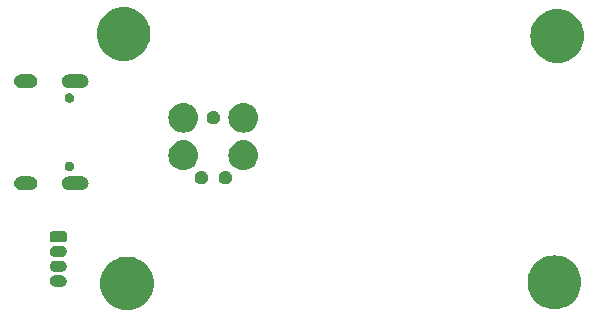
<source format=gbr>
%TF.GenerationSoftware,KiCad,Pcbnew,7.0.8*%
%TF.CreationDate,2024-01-29T14:11:28+05:30*%
%TF.ProjectId,stm32_ble,73746d33-325f-4626-9c65-2e6b69636164,Version : 1*%
%TF.SameCoordinates,PX6eac850PY632ea00*%
%TF.FileFunction,Soldermask,Bot*%
%TF.FilePolarity,Negative*%
%FSLAX46Y46*%
G04 Gerber Fmt 4.6, Leading zero omitted, Abs format (unit mm)*
G04 Created by KiCad (PCBNEW 7.0.8) date 2024-01-29 14:11:28*
%MOMM*%
%LPD*%
G01*
G04 APERTURE LIST*
G04 APERTURE END LIST*
G36*
X11497600Y5630494D02*
G01*
X11790107Y5572311D01*
X12072518Y5476445D01*
X12340000Y5344538D01*
X12587976Y5178846D01*
X12812203Y4982203D01*
X13008846Y4757976D01*
X13174538Y4510000D01*
X13306445Y4242518D01*
X13402311Y3960107D01*
X13460494Y3667600D01*
X13480000Y3370000D01*
X13460494Y3072400D01*
X13402311Y2779893D01*
X13306445Y2497482D01*
X13174538Y2230000D01*
X13008846Y1982024D01*
X12812203Y1757797D01*
X12587976Y1561154D01*
X12340000Y1395462D01*
X12072518Y1263555D01*
X11790107Y1167689D01*
X11497600Y1109506D01*
X11200000Y1090000D01*
X10902400Y1109506D01*
X10609893Y1167689D01*
X10327482Y1263555D01*
X10060000Y1395462D01*
X9812024Y1561154D01*
X9587797Y1757797D01*
X9391154Y1982024D01*
X9225462Y2230000D01*
X9093555Y2497482D01*
X8997689Y2779893D01*
X8939506Y3072400D01*
X8920000Y3370000D01*
X8939506Y3667600D01*
X8997689Y3960107D01*
X9093555Y4242518D01*
X9225462Y4510000D01*
X9391154Y4757976D01*
X9587797Y4982203D01*
X9812024Y5178846D01*
X10060000Y5344538D01*
X10327482Y5476445D01*
X10609893Y5572311D01*
X10902400Y5630494D01*
X11200000Y5650000D01*
X11497600Y5630494D01*
G37*
G36*
X47690874Y5737220D02*
G01*
X47983381Y5679037D01*
X48265792Y5583171D01*
X48533274Y5451264D01*
X48781250Y5285572D01*
X49005477Y5088929D01*
X49202120Y4864702D01*
X49367812Y4616726D01*
X49499719Y4349244D01*
X49595585Y4066833D01*
X49653768Y3774326D01*
X49673274Y3476726D01*
X49653768Y3179126D01*
X49595585Y2886619D01*
X49499719Y2604208D01*
X49367812Y2336726D01*
X49202120Y2088750D01*
X49005477Y1864523D01*
X48781250Y1667880D01*
X48533274Y1502188D01*
X48265792Y1370281D01*
X47983381Y1274415D01*
X47690874Y1216232D01*
X47393274Y1196726D01*
X47095674Y1216232D01*
X46803167Y1274415D01*
X46520756Y1370281D01*
X46253274Y1502188D01*
X46005298Y1667880D01*
X45781071Y1864523D01*
X45584428Y2088750D01*
X45418736Y2336726D01*
X45286829Y2604208D01*
X45190963Y2886619D01*
X45132780Y3179126D01*
X45113274Y3476726D01*
X45132780Y3774326D01*
X45190963Y4066833D01*
X45286829Y4349244D01*
X45418736Y4616726D01*
X45584428Y4864702D01*
X45781071Y5088929D01*
X46005298Y5285572D01*
X46253274Y5451264D01*
X46520756Y5583171D01*
X46803167Y5679037D01*
X47095674Y5737220D01*
X47393274Y5756726D01*
X47690874Y5737220D01*
G37*
G36*
X5621933Y4059723D02*
G01*
X5683195Y4055532D01*
X5717047Y4046047D01*
X5755232Y4040557D01*
X5784743Y4027080D01*
X5810996Y4019724D01*
X5841597Y4001116D01*
X5879508Y3983802D01*
X5901722Y3964553D01*
X5922551Y3951887D01*
X5948901Y3923672D01*
X5982760Y3894333D01*
X5997010Y3872159D01*
X6011665Y3856467D01*
X6030687Y3819756D01*
X6056623Y3779399D01*
X6063192Y3757025D01*
X6071732Y3740545D01*
X6080689Y3697435D01*
X6095114Y3648311D01*
X6095114Y3628019D01*
X6098294Y3612715D01*
X6095114Y3566222D01*
X6095114Y3511689D01*
X6090251Y3495129D01*
X6089385Y3482461D01*
X6072969Y3436272D01*
X6056623Y3380601D01*
X6048929Y3368630D01*
X6045664Y3359441D01*
X6016193Y3317692D01*
X5982760Y3265667D01*
X5974290Y3258328D01*
X5970372Y3252777D01*
X5929653Y3219650D01*
X5879508Y3176198D01*
X5872069Y3172801D01*
X5869095Y3170381D01*
X5821562Y3149736D01*
X5755232Y3119443D01*
X5750134Y3118711D01*
X5749342Y3118366D01*
X5712944Y3113364D01*
X5620000Y3100000D01*
X5615724Y3100000D01*
X5122131Y3100000D01*
X5120000Y3100000D01*
X5118065Y3100279D01*
X5056804Y3104469D01*
X5022957Y3113953D01*
X4984768Y3119443D01*
X4955252Y3132923D01*
X4929003Y3140277D01*
X4898405Y3158884D01*
X4860492Y3176198D01*
X4838275Y3195449D01*
X4817448Y3208114D01*
X4791097Y3236329D01*
X4757240Y3265667D01*
X4742989Y3287842D01*
X4728334Y3303534D01*
X4709309Y3340249D01*
X4683377Y3380601D01*
X4676807Y3402973D01*
X4668267Y3419456D01*
X4659307Y3462575D01*
X4644886Y3511689D01*
X4644886Y3531978D01*
X4641705Y3547286D01*
X4644886Y3593794D01*
X4644886Y3648311D01*
X4649747Y3664867D01*
X4650614Y3677540D01*
X4667037Y3723751D01*
X4683377Y3779399D01*
X4691067Y3791366D01*
X4694335Y3800560D01*
X4723823Y3842336D01*
X4757240Y3894333D01*
X4765705Y3901669D01*
X4769627Y3907224D01*
X4810380Y3940381D01*
X4860492Y3983802D01*
X4867925Y3987197D01*
X4870904Y3989620D01*
X4918502Y4010295D01*
X4984768Y4040557D01*
X4989860Y4041290D01*
X4990657Y4041635D01*
X5027186Y4046656D01*
X5120000Y4060000D01*
X5620000Y4060000D01*
X5621933Y4059723D01*
G37*
G36*
X5621933Y5309723D02*
G01*
X5683195Y5305532D01*
X5717047Y5296047D01*
X5755232Y5290557D01*
X5784743Y5277080D01*
X5810996Y5269724D01*
X5841597Y5251116D01*
X5879508Y5233802D01*
X5901722Y5214553D01*
X5922551Y5201887D01*
X5948901Y5173672D01*
X5982760Y5144333D01*
X5997010Y5122159D01*
X6011665Y5106467D01*
X6030687Y5069756D01*
X6056623Y5029399D01*
X6063192Y5007025D01*
X6071732Y4990545D01*
X6080689Y4947435D01*
X6095114Y4898311D01*
X6095114Y4878019D01*
X6098294Y4862715D01*
X6095114Y4816222D01*
X6095114Y4761689D01*
X6090251Y4745129D01*
X6089385Y4732461D01*
X6072969Y4686272D01*
X6056623Y4630601D01*
X6048929Y4618630D01*
X6045664Y4609441D01*
X6016193Y4567692D01*
X5982760Y4515667D01*
X5974290Y4508328D01*
X5970372Y4502777D01*
X5929653Y4469650D01*
X5879508Y4426198D01*
X5872069Y4422801D01*
X5869095Y4420381D01*
X5821562Y4399736D01*
X5755232Y4369443D01*
X5750134Y4368711D01*
X5749342Y4368366D01*
X5712944Y4363364D01*
X5620000Y4350000D01*
X5615724Y4350000D01*
X5122131Y4350000D01*
X5120000Y4350000D01*
X5118065Y4350279D01*
X5056804Y4354469D01*
X5022957Y4363953D01*
X4984768Y4369443D01*
X4955252Y4382923D01*
X4929003Y4390277D01*
X4898405Y4408884D01*
X4860492Y4426198D01*
X4838275Y4445449D01*
X4817448Y4458114D01*
X4791097Y4486329D01*
X4757240Y4515667D01*
X4742989Y4537842D01*
X4728334Y4553534D01*
X4709309Y4590249D01*
X4683377Y4630601D01*
X4676807Y4652973D01*
X4668267Y4669456D01*
X4659307Y4712575D01*
X4644886Y4761689D01*
X4644886Y4781978D01*
X4641705Y4797286D01*
X4644886Y4843794D01*
X4644886Y4898311D01*
X4649747Y4914867D01*
X4650614Y4927540D01*
X4667037Y4973751D01*
X4683377Y5029399D01*
X4691067Y5041366D01*
X4694335Y5050560D01*
X4723823Y5092336D01*
X4757240Y5144333D01*
X4765705Y5151669D01*
X4769627Y5157224D01*
X4810380Y5190381D01*
X4860492Y5233802D01*
X4867925Y5237197D01*
X4870904Y5239620D01*
X4918502Y5260295D01*
X4984768Y5290557D01*
X4989860Y5291290D01*
X4990657Y5291635D01*
X5027186Y5296656D01*
X5120000Y5310000D01*
X5620000Y5310000D01*
X5621933Y5309723D01*
G37*
G36*
X5621933Y6559723D02*
G01*
X5683195Y6555532D01*
X5717047Y6546047D01*
X5755232Y6540557D01*
X5784743Y6527080D01*
X5810996Y6519724D01*
X5841597Y6501116D01*
X5879508Y6483802D01*
X5901722Y6464553D01*
X5922551Y6451887D01*
X5948901Y6423672D01*
X5982760Y6394333D01*
X5997010Y6372159D01*
X6011665Y6356467D01*
X6030687Y6319756D01*
X6056623Y6279399D01*
X6063192Y6257025D01*
X6071732Y6240545D01*
X6080689Y6197435D01*
X6095114Y6148311D01*
X6095114Y6128019D01*
X6098294Y6112715D01*
X6095114Y6066222D01*
X6095114Y6011689D01*
X6090251Y5995129D01*
X6089385Y5982461D01*
X6072969Y5936272D01*
X6056623Y5880601D01*
X6048929Y5868630D01*
X6045664Y5859441D01*
X6016193Y5817692D01*
X5982760Y5765667D01*
X5974290Y5758328D01*
X5970372Y5752777D01*
X5929653Y5719650D01*
X5879508Y5676198D01*
X5872069Y5672801D01*
X5869095Y5670381D01*
X5821562Y5649736D01*
X5755232Y5619443D01*
X5750134Y5618711D01*
X5749342Y5618366D01*
X5712944Y5613364D01*
X5620000Y5600000D01*
X5615724Y5600000D01*
X5122131Y5600000D01*
X5120000Y5600000D01*
X5118065Y5600279D01*
X5056804Y5604469D01*
X5022957Y5613953D01*
X4984768Y5619443D01*
X4955252Y5632923D01*
X4929003Y5640277D01*
X4898405Y5658884D01*
X4860492Y5676198D01*
X4838275Y5695449D01*
X4817448Y5708114D01*
X4791097Y5736329D01*
X4757240Y5765667D01*
X4742989Y5787842D01*
X4728334Y5803534D01*
X4709309Y5840249D01*
X4683377Y5880601D01*
X4676807Y5902973D01*
X4668267Y5919456D01*
X4659307Y5962575D01*
X4644886Y6011689D01*
X4644886Y6031978D01*
X4641705Y6047286D01*
X4644886Y6093794D01*
X4644886Y6148311D01*
X4649747Y6164867D01*
X4650614Y6177540D01*
X4667037Y6223751D01*
X4683377Y6279399D01*
X4691067Y6291366D01*
X4694335Y6300560D01*
X4723823Y6342336D01*
X4757240Y6394333D01*
X4765705Y6401669D01*
X4769627Y6407224D01*
X4810380Y6440381D01*
X4860492Y6483802D01*
X4867925Y6487197D01*
X4870904Y6489620D01*
X4918502Y6510295D01*
X4984768Y6540557D01*
X4989860Y6541290D01*
X4990657Y6541635D01*
X5027186Y6546656D01*
X5120000Y6560000D01*
X5620000Y6560000D01*
X5621933Y6559723D01*
G37*
G36*
X5884106Y7802563D02*
G01*
X5889078Y7800368D01*
X5890950Y7800121D01*
X5914376Y7789197D01*
X5978238Y7760999D01*
X6050999Y7688238D01*
X6079206Y7624356D01*
X6090120Y7600951D01*
X6090366Y7599082D01*
X6092563Y7594106D01*
X6100000Y7530000D01*
X6100000Y7130000D01*
X6092563Y7065894D01*
X6090365Y7060919D01*
X6090120Y7059050D01*
X6079214Y7035664D01*
X6050999Y6971762D01*
X5978238Y6899001D01*
X5914336Y6870786D01*
X5890950Y6859880D01*
X5889081Y6859635D01*
X5884106Y6857437D01*
X5820000Y6850000D01*
X4920000Y6850000D01*
X4855894Y6857437D01*
X4850918Y6859634D01*
X4849049Y6859880D01*
X4825644Y6870794D01*
X4761762Y6899001D01*
X4689001Y6971762D01*
X4660803Y7035624D01*
X4649879Y7059050D01*
X4649632Y7060922D01*
X4647437Y7065894D01*
X4640000Y7130000D01*
X4640000Y7530000D01*
X4647437Y7594106D01*
X4649632Y7599079D01*
X4649879Y7600951D01*
X4660811Y7624396D01*
X4689001Y7688238D01*
X4761762Y7760999D01*
X4825604Y7789189D01*
X4849049Y7800121D01*
X4850921Y7800368D01*
X4855894Y7802563D01*
X4920000Y7810000D01*
X5820000Y7810000D01*
X5884106Y7802563D01*
G37*
G36*
X3036801Y12439763D02*
G01*
X3105709Y12435428D01*
X3143572Y12425707D01*
X3185115Y12420237D01*
X3218123Y12406565D01*
X3248329Y12398809D01*
X3283418Y12379519D01*
X3325000Y12362295D01*
X3350901Y12342420D01*
X3375620Y12328831D01*
X3406935Y12299424D01*
X3445122Y12270122D01*
X3463131Y12246652D01*
X3481514Y12229389D01*
X3506077Y12190684D01*
X3537295Y12150000D01*
X3547440Y12125506D01*
X3559350Y12106740D01*
X3574401Y12060418D01*
X3595237Y12010115D01*
X3598296Y11986875D01*
X3604238Y11968589D01*
X3607472Y11917178D01*
X3615000Y11860000D01*
X3612340Y11839800D01*
X3613359Y11823612D01*
X3603194Y11770327D01*
X3595237Y11709885D01*
X3588614Y11693897D01*
X3586140Y11680925D01*
X3561935Y11629489D01*
X3537295Y11570000D01*
X3528626Y11558704D01*
X3524289Y11549485D01*
X3486529Y11503842D01*
X3445122Y11449878D01*
X3436265Y11443083D01*
X3431699Y11437562D01*
X3382273Y11401653D01*
X3325000Y11357705D01*
X3317519Y11354607D01*
X3314177Y11352178D01*
X3257073Y11329570D01*
X3185115Y11299763D01*
X3180136Y11299108D01*
X3179115Y11298703D01*
X3128339Y11292289D01*
X3035000Y11280000D01*
X3031070Y11280000D01*
X2236969Y11280000D01*
X2235000Y11280000D01*
X2233197Y11280238D01*
X2164290Y11284573D01*
X2126433Y11294294D01*
X2084885Y11299763D01*
X2051872Y11313438D01*
X2021670Y11321192D01*
X1986584Y11340481D01*
X1945000Y11357705D01*
X1919095Y11377582D01*
X1894379Y11391170D01*
X1863065Y11420576D01*
X1824878Y11449878D01*
X1806867Y11473350D01*
X1788485Y11490612D01*
X1763920Y11529320D01*
X1732705Y11570000D01*
X1722559Y11594493D01*
X1710649Y11613261D01*
X1695595Y11659590D01*
X1674763Y11709885D01*
X1671703Y11733122D01*
X1665761Y11751412D01*
X1662525Y11802837D01*
X1655000Y11860000D01*
X1657658Y11880196D01*
X1656640Y11896389D01*
X1666808Y11949694D01*
X1674763Y12010115D01*
X1681383Y12026098D01*
X1683859Y12039076D01*
X1708074Y12090538D01*
X1732705Y12150000D01*
X1741369Y12161292D01*
X1745710Y12170516D01*
X1783493Y12216190D01*
X1824878Y12270122D01*
X1833729Y12276914D01*
X1838300Y12282439D01*
X1887768Y12318380D01*
X1945000Y12362295D01*
X1952474Y12365392D01*
X1955822Y12367823D01*
X2013002Y12390463D01*
X2084885Y12420237D01*
X2089857Y12420892D01*
X2090884Y12421298D01*
X2141799Y12427730D01*
X2235000Y12440000D01*
X3035000Y12440000D01*
X3036801Y12439763D01*
G37*
G36*
X7366801Y12439763D02*
G01*
X7435709Y12435428D01*
X7473572Y12425707D01*
X7515115Y12420237D01*
X7548123Y12406565D01*
X7578329Y12398809D01*
X7613418Y12379519D01*
X7655000Y12362295D01*
X7680901Y12342420D01*
X7705620Y12328831D01*
X7736935Y12299424D01*
X7775122Y12270122D01*
X7793131Y12246652D01*
X7811514Y12229389D01*
X7836077Y12190684D01*
X7867295Y12150000D01*
X7877440Y12125506D01*
X7889350Y12106740D01*
X7904401Y12060418D01*
X7925237Y12010115D01*
X7928296Y11986875D01*
X7934238Y11968589D01*
X7937472Y11917178D01*
X7945000Y11860000D01*
X7942340Y11839800D01*
X7943359Y11823612D01*
X7933194Y11770327D01*
X7925237Y11709885D01*
X7918614Y11693897D01*
X7916140Y11680925D01*
X7891935Y11629489D01*
X7867295Y11570000D01*
X7858626Y11558704D01*
X7854289Y11549485D01*
X7816529Y11503842D01*
X7775122Y11449878D01*
X7766265Y11443083D01*
X7761699Y11437562D01*
X7712273Y11401653D01*
X7655000Y11357705D01*
X7647519Y11354607D01*
X7644177Y11352178D01*
X7587073Y11329570D01*
X7515115Y11299763D01*
X7510136Y11299108D01*
X7509115Y11298703D01*
X7458339Y11292289D01*
X7365000Y11280000D01*
X7361070Y11280000D01*
X6266969Y11280000D01*
X6265000Y11280000D01*
X6263197Y11280238D01*
X6194290Y11284573D01*
X6156433Y11294294D01*
X6114885Y11299763D01*
X6081872Y11313438D01*
X6051670Y11321192D01*
X6016584Y11340481D01*
X5975000Y11357705D01*
X5949095Y11377582D01*
X5924379Y11391170D01*
X5893065Y11420576D01*
X5854878Y11449878D01*
X5836867Y11473350D01*
X5818485Y11490612D01*
X5793920Y11529320D01*
X5762705Y11570000D01*
X5752559Y11594493D01*
X5740649Y11613261D01*
X5725595Y11659590D01*
X5704763Y11709885D01*
X5701703Y11733122D01*
X5695761Y11751412D01*
X5692525Y11802837D01*
X5685000Y11860000D01*
X5687658Y11880196D01*
X5686640Y11896389D01*
X5696808Y11949694D01*
X5704763Y12010115D01*
X5711383Y12026098D01*
X5713859Y12039076D01*
X5738074Y12090538D01*
X5762705Y12150000D01*
X5771369Y12161292D01*
X5775710Y12170516D01*
X5813493Y12216190D01*
X5854878Y12270122D01*
X5863729Y12276914D01*
X5868300Y12282439D01*
X5917768Y12318380D01*
X5975000Y12362295D01*
X5982474Y12365392D01*
X5985822Y12367823D01*
X6043002Y12390463D01*
X6114885Y12420237D01*
X6119857Y12420892D01*
X6120884Y12421298D01*
X6171799Y12427730D01*
X6265000Y12440000D01*
X7365000Y12440000D01*
X7366801Y12439763D01*
G37*
G36*
X17523320Y12900650D02*
G01*
X17557289Y12900650D01*
X17596236Y12891051D01*
X17636899Y12885697D01*
X17664734Y12874168D01*
X17691841Y12867486D01*
X17732942Y12845915D01*
X17775650Y12828224D01*
X17795135Y12813273D01*
X17814548Y12803084D01*
X17854236Y12767924D01*
X17894799Y12736799D01*
X17906326Y12721776D01*
X17918271Y12711194D01*
X17952528Y12661564D01*
X17986224Y12617650D01*
X17991302Y12605390D01*
X17996996Y12597141D01*
X18021694Y12532018D01*
X18043697Y12478899D01*
X18044684Y12471399D01*
X18046138Y12467566D01*
X18057395Y12374847D01*
X18063300Y12330000D01*
X18057395Y12285150D01*
X18046138Y12192435D01*
X18044684Y12188603D01*
X18043697Y12181101D01*
X18021690Y12127972D01*
X17996996Y12062860D01*
X17991303Y12054614D01*
X17986224Y12042350D01*
X17952521Y11998428D01*
X17918271Y11948807D01*
X17906328Y11938228D01*
X17894799Y11923201D01*
X17854228Y11892071D01*
X17814548Y11856917D01*
X17795139Y11846731D01*
X17775650Y11831776D01*
X17732933Y11814082D01*
X17691841Y11792515D01*
X17664738Y11785835D01*
X17636899Y11774303D01*
X17596233Y11768950D01*
X17557289Y11759350D01*
X17523320Y11759350D01*
X17488000Y11754700D01*
X17452680Y11759350D01*
X17418711Y11759350D01*
X17379765Y11768950D01*
X17339101Y11774303D01*
X17311262Y11785835D01*
X17284158Y11792515D01*
X17243062Y11814084D01*
X17200350Y11831776D01*
X17180862Y11846729D01*
X17161451Y11856917D01*
X17121764Y11892076D01*
X17081201Y11923201D01*
X17069673Y11938225D01*
X17057728Y11948807D01*
X17023468Y11998441D01*
X16989776Y12042350D01*
X16984697Y12054610D01*
X16979003Y12062860D01*
X16954298Y12128001D01*
X16932303Y12181101D01*
X16931315Y12188599D01*
X16929861Y12192435D01*
X16918591Y12285248D01*
X16912700Y12330000D01*
X16918591Y12374749D01*
X16929861Y12467566D01*
X16931316Y12471403D01*
X16932303Y12478899D01*
X16954293Y12531989D01*
X16979003Y12597141D01*
X16984698Y12605394D01*
X16989776Y12617650D01*
X17023461Y12661551D01*
X17057728Y12711194D01*
X17069675Y12721779D01*
X17081201Y12736799D01*
X17121756Y12767918D01*
X17161451Y12803084D01*
X17180866Y12813275D01*
X17200350Y12828224D01*
X17243053Y12845913D01*
X17284158Y12867486D01*
X17311267Y12874168D01*
X17339101Y12885697D01*
X17379762Y12891051D01*
X17418711Y12900650D01*
X17452680Y12900650D01*
X17488000Y12905300D01*
X17523320Y12900650D01*
G37*
G36*
X19555320Y12900650D02*
G01*
X19589289Y12900650D01*
X19628236Y12891051D01*
X19668899Y12885697D01*
X19696734Y12874168D01*
X19723841Y12867486D01*
X19764942Y12845915D01*
X19807650Y12828224D01*
X19827135Y12813273D01*
X19846548Y12803084D01*
X19886236Y12767924D01*
X19926799Y12736799D01*
X19938326Y12721776D01*
X19950271Y12711194D01*
X19984528Y12661564D01*
X20018224Y12617650D01*
X20023302Y12605390D01*
X20028996Y12597141D01*
X20053694Y12532018D01*
X20075697Y12478899D01*
X20076684Y12471399D01*
X20078138Y12467566D01*
X20089395Y12374847D01*
X20095300Y12330000D01*
X20089395Y12285150D01*
X20078138Y12192435D01*
X20076684Y12188603D01*
X20075697Y12181101D01*
X20053690Y12127972D01*
X20028996Y12062860D01*
X20023303Y12054614D01*
X20018224Y12042350D01*
X19984521Y11998428D01*
X19950271Y11948807D01*
X19938328Y11938228D01*
X19926799Y11923201D01*
X19886228Y11892071D01*
X19846548Y11856917D01*
X19827139Y11846731D01*
X19807650Y11831776D01*
X19764933Y11814082D01*
X19723841Y11792515D01*
X19696738Y11785835D01*
X19668899Y11774303D01*
X19628233Y11768950D01*
X19589289Y11759350D01*
X19555320Y11759350D01*
X19520000Y11754700D01*
X19484680Y11759350D01*
X19450711Y11759350D01*
X19411765Y11768950D01*
X19371101Y11774303D01*
X19343262Y11785835D01*
X19316158Y11792515D01*
X19275062Y11814084D01*
X19232350Y11831776D01*
X19212862Y11846729D01*
X19193451Y11856917D01*
X19153764Y11892076D01*
X19113201Y11923201D01*
X19101673Y11938225D01*
X19089728Y11948807D01*
X19055468Y11998441D01*
X19021776Y12042350D01*
X19016697Y12054610D01*
X19011003Y12062860D01*
X18986298Y12128001D01*
X18964303Y12181101D01*
X18963315Y12188599D01*
X18961861Y12192435D01*
X18950591Y12285248D01*
X18944700Y12330000D01*
X18950591Y12374749D01*
X18961861Y12467566D01*
X18963316Y12471403D01*
X18964303Y12478899D01*
X18986293Y12531989D01*
X19011003Y12597141D01*
X19016698Y12605394D01*
X19021776Y12617650D01*
X19055461Y12661551D01*
X19089728Y12711194D01*
X19101675Y12721779D01*
X19113201Y12736799D01*
X19153756Y12767918D01*
X19193451Y12803084D01*
X19212866Y12813275D01*
X19232350Y12828224D01*
X19275053Y12845913D01*
X19316158Y12867486D01*
X19343267Y12874168D01*
X19371101Y12885697D01*
X19411762Y12891051D01*
X19450711Y12900650D01*
X19484680Y12900650D01*
X19520000Y12905300D01*
X19555320Y12900650D01*
G37*
G36*
X6345041Y13690242D02*
G01*
X6372547Y13690242D01*
X6404759Y13680784D01*
X6440152Y13675178D01*
X6462321Y13663883D01*
X6482974Y13657818D01*
X6516464Y13636295D01*
X6553053Y13617652D01*
X6566685Y13604020D01*
X6579797Y13595593D01*
X6610208Y13560497D01*
X6642652Y13528053D01*
X6648833Y13515922D01*
X6655167Y13508612D01*
X6677716Y13459235D01*
X6700178Y13415152D01*
X6701414Y13407343D01*
X6702977Y13403922D01*
X6713025Y13334039D01*
X6720000Y13290000D01*
X6713024Y13245958D01*
X6702977Y13176079D01*
X6701415Y13172659D01*
X6700178Y13164848D01*
X6677712Y13120757D01*
X6655167Y13071389D01*
X6648834Y13064082D01*
X6642652Y13051947D01*
X6610202Y13019498D01*
X6579797Y12984408D01*
X6566688Y12975984D01*
X6553053Y12962348D01*
X6516456Y12943702D01*
X6482974Y12922183D01*
X6462325Y12916120D01*
X6440152Y12904822D01*
X6404757Y12899217D01*
X6372547Y12889758D01*
X6345041Y12889758D01*
X6315000Y12885000D01*
X6284959Y12889758D01*
X6257453Y12889758D01*
X6225241Y12899217D01*
X6189848Y12904822D01*
X6167675Y12916120D01*
X6147025Y12922183D01*
X6113538Y12943704D01*
X6076947Y12962348D01*
X6063313Y12975982D01*
X6050202Y12984408D01*
X6019790Y13019505D01*
X5987348Y13051947D01*
X5981166Y13064079D01*
X5974832Y13071389D01*
X5952278Y13120776D01*
X5929822Y13164848D01*
X5928585Y13172656D01*
X5927022Y13176079D01*
X5916964Y13246027D01*
X5910000Y13290000D01*
X5916964Y13333971D01*
X5927022Y13403922D01*
X5928585Y13407346D01*
X5929822Y13415152D01*
X5952273Y13459216D01*
X5974832Y13508612D01*
X5981168Y13515925D01*
X5987348Y13528053D01*
X6019783Y13560489D01*
X6050202Y13595593D01*
X6063315Y13604021D01*
X6076947Y13617652D01*
X6113531Y13636293D01*
X6147025Y13657818D01*
X6167679Y13663883D01*
X6189848Y13675178D01*
X6225239Y13680784D01*
X6257453Y13690242D01*
X6284959Y13690242D01*
X6315000Y13695000D01*
X6345041Y13690242D01*
G37*
G36*
X16184090Y15483195D02*
G01*
X16397493Y15426013D01*
X16597725Y15332644D01*
X16778701Y15205923D01*
X16934923Y15049701D01*
X17061644Y14868725D01*
X17155013Y14668493D01*
X17212195Y14455090D01*
X17231450Y14235000D01*
X17212195Y14014910D01*
X17155013Y13801507D01*
X17061644Y13601275D01*
X16934923Y13420299D01*
X16778701Y13264077D01*
X16597725Y13137356D01*
X16397493Y13043987D01*
X16184090Y12986805D01*
X15964000Y12967550D01*
X15743910Y12986805D01*
X15530507Y13043987D01*
X15330275Y13137356D01*
X15149299Y13264077D01*
X14993077Y13420299D01*
X14866356Y13601275D01*
X14772987Y13801507D01*
X14715805Y14014910D01*
X14696550Y14235000D01*
X14715805Y14455090D01*
X14772987Y14668493D01*
X14866356Y14868725D01*
X14993077Y15049701D01*
X15149299Y15205923D01*
X15330275Y15332644D01*
X15530507Y15426013D01*
X15743910Y15483195D01*
X15964000Y15502450D01*
X16184090Y15483195D01*
G37*
G36*
X21264090Y15483195D02*
G01*
X21477493Y15426013D01*
X21677725Y15332644D01*
X21858701Y15205923D01*
X22014923Y15049701D01*
X22141644Y14868725D01*
X22235013Y14668493D01*
X22292195Y14455090D01*
X22311450Y14235000D01*
X22292195Y14014910D01*
X22235013Y13801507D01*
X22141644Y13601275D01*
X22014923Y13420299D01*
X21858701Y13264077D01*
X21677725Y13137356D01*
X21477493Y13043987D01*
X21264090Y12986805D01*
X21044000Y12967550D01*
X20823910Y12986805D01*
X20610507Y13043987D01*
X20410275Y13137356D01*
X20229299Y13264077D01*
X20073077Y13420299D01*
X19946356Y13601275D01*
X19852987Y13801507D01*
X19795805Y14014910D01*
X19776550Y14235000D01*
X19795805Y14455090D01*
X19852987Y14668493D01*
X19946356Y14868725D01*
X20073077Y15049701D01*
X20229299Y15205923D01*
X20410275Y15332644D01*
X20610507Y15426013D01*
X20823910Y15483195D01*
X21044000Y15502450D01*
X21264090Y15483195D01*
G37*
G36*
X16184090Y18658195D02*
G01*
X16397493Y18601013D01*
X16597725Y18507644D01*
X16778701Y18380923D01*
X16934923Y18224701D01*
X17061644Y18043725D01*
X17155013Y17843493D01*
X17212195Y17630090D01*
X17231450Y17410000D01*
X17212195Y17189910D01*
X17155013Y16976507D01*
X17061644Y16776275D01*
X16934923Y16595299D01*
X16778701Y16439077D01*
X16597725Y16312356D01*
X16397493Y16218987D01*
X16184090Y16161805D01*
X15964000Y16142550D01*
X15743910Y16161805D01*
X15530507Y16218987D01*
X15330275Y16312356D01*
X15149299Y16439077D01*
X14993077Y16595299D01*
X14866356Y16776275D01*
X14772987Y16976507D01*
X14715805Y17189910D01*
X14696550Y17410000D01*
X14715805Y17630090D01*
X14772987Y17843493D01*
X14866356Y18043725D01*
X14993077Y18224701D01*
X15149299Y18380923D01*
X15330275Y18507644D01*
X15530507Y18601013D01*
X15743910Y18658195D01*
X15964000Y18677450D01*
X16184090Y18658195D01*
G37*
G36*
X21264090Y18658195D02*
G01*
X21477493Y18601013D01*
X21677725Y18507644D01*
X21858701Y18380923D01*
X22014923Y18224701D01*
X22141644Y18043725D01*
X22235013Y17843493D01*
X22292195Y17630090D01*
X22311450Y17410000D01*
X22292195Y17189910D01*
X22235013Y16976507D01*
X22141644Y16776275D01*
X22014923Y16595299D01*
X21858701Y16439077D01*
X21677725Y16312356D01*
X21477493Y16218987D01*
X21264090Y16161805D01*
X21044000Y16142550D01*
X20823910Y16161805D01*
X20610507Y16218987D01*
X20410275Y16312356D01*
X20229299Y16439077D01*
X20073077Y16595299D01*
X19946356Y16776275D01*
X19852987Y16976507D01*
X19795805Y17189910D01*
X19776550Y17410000D01*
X19795805Y17630090D01*
X19852987Y17843493D01*
X19946356Y18043725D01*
X20073077Y18224701D01*
X20229299Y18380923D01*
X20410275Y18507644D01*
X20610507Y18601013D01*
X20823910Y18658195D01*
X21044000Y18677450D01*
X21264090Y18658195D01*
G37*
G36*
X18539320Y17980650D02*
G01*
X18573289Y17980650D01*
X18612236Y17971051D01*
X18652899Y17965697D01*
X18680734Y17954168D01*
X18707841Y17947486D01*
X18748942Y17925915D01*
X18791650Y17908224D01*
X18811135Y17893273D01*
X18830548Y17883084D01*
X18870236Y17847924D01*
X18910799Y17816799D01*
X18922326Y17801776D01*
X18934271Y17791194D01*
X18968528Y17741564D01*
X19002224Y17697650D01*
X19007302Y17685390D01*
X19012996Y17677141D01*
X19037694Y17612018D01*
X19059697Y17558899D01*
X19060684Y17551399D01*
X19062138Y17547566D01*
X19073395Y17454847D01*
X19079300Y17410000D01*
X19073395Y17365150D01*
X19062138Y17272435D01*
X19060684Y17268603D01*
X19059697Y17261101D01*
X19037690Y17207972D01*
X19012996Y17142860D01*
X19007303Y17134614D01*
X19002224Y17122350D01*
X18968521Y17078428D01*
X18934271Y17028807D01*
X18922328Y17018228D01*
X18910799Y17003201D01*
X18870228Y16972071D01*
X18830548Y16936917D01*
X18811139Y16926731D01*
X18791650Y16911776D01*
X18748933Y16894082D01*
X18707841Y16872515D01*
X18680738Y16865835D01*
X18652899Y16854303D01*
X18612233Y16848950D01*
X18573289Y16839350D01*
X18539320Y16839350D01*
X18504000Y16834700D01*
X18468680Y16839350D01*
X18434711Y16839350D01*
X18395765Y16848950D01*
X18355101Y16854303D01*
X18327262Y16865835D01*
X18300158Y16872515D01*
X18259062Y16894084D01*
X18216350Y16911776D01*
X18196862Y16926729D01*
X18177451Y16936917D01*
X18137764Y16972076D01*
X18097201Y17003201D01*
X18085673Y17018225D01*
X18073728Y17028807D01*
X18039468Y17078441D01*
X18005776Y17122350D01*
X18000697Y17134610D01*
X17995003Y17142860D01*
X17970298Y17208001D01*
X17948303Y17261101D01*
X17947315Y17268599D01*
X17945861Y17272435D01*
X17934591Y17365248D01*
X17928700Y17410000D01*
X17934591Y17454749D01*
X17945861Y17547566D01*
X17947316Y17551403D01*
X17948303Y17558899D01*
X17970293Y17611989D01*
X17995003Y17677141D01*
X18000698Y17685394D01*
X18005776Y17697650D01*
X18039461Y17741551D01*
X18073728Y17791194D01*
X18085675Y17801779D01*
X18097201Y17816799D01*
X18137756Y17847918D01*
X18177451Y17883084D01*
X18196866Y17893275D01*
X18216350Y17908224D01*
X18259053Y17925913D01*
X18300158Y17947486D01*
X18327267Y17954168D01*
X18355101Y17965697D01*
X18395762Y17971051D01*
X18434711Y17980650D01*
X18468680Y17980650D01*
X18504000Y17985300D01*
X18539320Y17980650D01*
G37*
G36*
X6345041Y19470242D02*
G01*
X6372547Y19470242D01*
X6404759Y19460784D01*
X6440152Y19455178D01*
X6462321Y19443883D01*
X6482974Y19437818D01*
X6516464Y19416295D01*
X6553053Y19397652D01*
X6566685Y19384020D01*
X6579797Y19375593D01*
X6610208Y19340497D01*
X6642652Y19308053D01*
X6648833Y19295922D01*
X6655167Y19288612D01*
X6677716Y19239235D01*
X6700178Y19195152D01*
X6701414Y19187343D01*
X6702977Y19183922D01*
X6713025Y19114039D01*
X6720000Y19070000D01*
X6713024Y19025958D01*
X6702977Y18956079D01*
X6701415Y18952659D01*
X6700178Y18944848D01*
X6677712Y18900757D01*
X6655167Y18851389D01*
X6648834Y18844082D01*
X6642652Y18831947D01*
X6610202Y18799498D01*
X6579797Y18764408D01*
X6566688Y18755984D01*
X6553053Y18742348D01*
X6516456Y18723702D01*
X6482974Y18702183D01*
X6462325Y18696120D01*
X6440152Y18684822D01*
X6404757Y18679217D01*
X6372547Y18669758D01*
X6345041Y18669758D01*
X6315000Y18665000D01*
X6284959Y18669758D01*
X6257453Y18669758D01*
X6225241Y18679217D01*
X6189848Y18684822D01*
X6167675Y18696120D01*
X6147025Y18702183D01*
X6113538Y18723704D01*
X6076947Y18742348D01*
X6063313Y18755982D01*
X6050202Y18764408D01*
X6019790Y18799505D01*
X5987348Y18831947D01*
X5981166Y18844079D01*
X5974832Y18851389D01*
X5952278Y18900776D01*
X5929822Y18944848D01*
X5928585Y18952656D01*
X5927022Y18956079D01*
X5916964Y19026027D01*
X5910000Y19070000D01*
X5916964Y19113971D01*
X5927022Y19183922D01*
X5928585Y19187346D01*
X5929822Y19195152D01*
X5952273Y19239216D01*
X5974832Y19288612D01*
X5981168Y19295925D01*
X5987348Y19308053D01*
X6019783Y19340489D01*
X6050202Y19375593D01*
X6063315Y19384021D01*
X6076947Y19397652D01*
X6113531Y19416293D01*
X6147025Y19437818D01*
X6167679Y19443883D01*
X6189848Y19455178D01*
X6225239Y19460784D01*
X6257453Y19470242D01*
X6284959Y19470242D01*
X6315000Y19475000D01*
X6345041Y19470242D01*
G37*
G36*
X3036801Y21079763D02*
G01*
X3105709Y21075428D01*
X3143572Y21065707D01*
X3185115Y21060237D01*
X3218123Y21046565D01*
X3248329Y21038809D01*
X3283418Y21019519D01*
X3325000Y21002295D01*
X3350901Y20982420D01*
X3375620Y20968831D01*
X3406935Y20939424D01*
X3445122Y20910122D01*
X3463131Y20886652D01*
X3481514Y20869389D01*
X3506077Y20830684D01*
X3537295Y20790000D01*
X3547440Y20765506D01*
X3559350Y20746740D01*
X3574401Y20700418D01*
X3595237Y20650115D01*
X3598296Y20626875D01*
X3604238Y20608589D01*
X3607472Y20557178D01*
X3615000Y20500000D01*
X3612340Y20479800D01*
X3613359Y20463612D01*
X3603194Y20410327D01*
X3595237Y20349885D01*
X3588614Y20333897D01*
X3586140Y20320925D01*
X3561935Y20269489D01*
X3537295Y20210000D01*
X3528626Y20198704D01*
X3524289Y20189485D01*
X3486529Y20143842D01*
X3445122Y20089878D01*
X3436265Y20083083D01*
X3431699Y20077562D01*
X3382273Y20041653D01*
X3325000Y19997705D01*
X3317519Y19994607D01*
X3314177Y19992178D01*
X3257073Y19969570D01*
X3185115Y19939763D01*
X3180136Y19939108D01*
X3179115Y19938703D01*
X3128339Y19932289D01*
X3035000Y19920000D01*
X3031070Y19920000D01*
X2236969Y19920000D01*
X2235000Y19920000D01*
X2233197Y19920238D01*
X2164290Y19924573D01*
X2126433Y19934294D01*
X2084885Y19939763D01*
X2051872Y19953438D01*
X2021670Y19961192D01*
X1986584Y19980481D01*
X1945000Y19997705D01*
X1919095Y20017582D01*
X1894379Y20031170D01*
X1863065Y20060576D01*
X1824878Y20089878D01*
X1806867Y20113350D01*
X1788485Y20130612D01*
X1763920Y20169320D01*
X1732705Y20210000D01*
X1722559Y20234493D01*
X1710649Y20253261D01*
X1695595Y20299590D01*
X1674763Y20349885D01*
X1671703Y20373122D01*
X1665761Y20391412D01*
X1662525Y20442837D01*
X1655000Y20500000D01*
X1657658Y20520196D01*
X1656640Y20536389D01*
X1666808Y20589694D01*
X1674763Y20650115D01*
X1681383Y20666098D01*
X1683859Y20679076D01*
X1708074Y20730538D01*
X1732705Y20790000D01*
X1741369Y20801292D01*
X1745710Y20810516D01*
X1783493Y20856190D01*
X1824878Y20910122D01*
X1833729Y20916914D01*
X1838300Y20922439D01*
X1887768Y20958380D01*
X1945000Y21002295D01*
X1952474Y21005392D01*
X1955822Y21007823D01*
X2013002Y21030463D01*
X2084885Y21060237D01*
X2089857Y21060892D01*
X2090884Y21061298D01*
X2141799Y21067730D01*
X2235000Y21080000D01*
X3035000Y21080000D01*
X3036801Y21079763D01*
G37*
G36*
X7366801Y21079763D02*
G01*
X7435709Y21075428D01*
X7473572Y21065707D01*
X7515115Y21060237D01*
X7548123Y21046565D01*
X7578329Y21038809D01*
X7613418Y21019519D01*
X7655000Y21002295D01*
X7680901Y20982420D01*
X7705620Y20968831D01*
X7736935Y20939424D01*
X7775122Y20910122D01*
X7793131Y20886652D01*
X7811514Y20869389D01*
X7836077Y20830684D01*
X7867295Y20790000D01*
X7877440Y20765506D01*
X7889350Y20746740D01*
X7904401Y20700418D01*
X7925237Y20650115D01*
X7928296Y20626875D01*
X7934238Y20608589D01*
X7937472Y20557178D01*
X7945000Y20500000D01*
X7942340Y20479800D01*
X7943359Y20463612D01*
X7933194Y20410327D01*
X7925237Y20349885D01*
X7918614Y20333897D01*
X7916140Y20320925D01*
X7891935Y20269489D01*
X7867295Y20210000D01*
X7858626Y20198704D01*
X7854289Y20189485D01*
X7816529Y20143842D01*
X7775122Y20089878D01*
X7766265Y20083083D01*
X7761699Y20077562D01*
X7712273Y20041653D01*
X7655000Y19997705D01*
X7647519Y19994607D01*
X7644177Y19992178D01*
X7587073Y19969570D01*
X7515115Y19939763D01*
X7510136Y19939108D01*
X7509115Y19938703D01*
X7458339Y19932289D01*
X7365000Y19920000D01*
X7361070Y19920000D01*
X6266969Y19920000D01*
X6265000Y19920000D01*
X6263197Y19920238D01*
X6194290Y19924573D01*
X6156433Y19934294D01*
X6114885Y19939763D01*
X6081872Y19953438D01*
X6051670Y19961192D01*
X6016584Y19980481D01*
X5975000Y19997705D01*
X5949095Y20017582D01*
X5924379Y20031170D01*
X5893065Y20060576D01*
X5854878Y20089878D01*
X5836867Y20113350D01*
X5818485Y20130612D01*
X5793920Y20169320D01*
X5762705Y20210000D01*
X5752559Y20234493D01*
X5740649Y20253261D01*
X5725595Y20299590D01*
X5704763Y20349885D01*
X5701703Y20373122D01*
X5695761Y20391412D01*
X5692525Y20442837D01*
X5685000Y20500000D01*
X5687658Y20520196D01*
X5686640Y20536389D01*
X5696808Y20589694D01*
X5704763Y20650115D01*
X5711383Y20666098D01*
X5713859Y20679076D01*
X5738074Y20730538D01*
X5762705Y20790000D01*
X5771369Y20801292D01*
X5775710Y20810516D01*
X5813493Y20856190D01*
X5854878Y20910122D01*
X5863729Y20916914D01*
X5868300Y20922439D01*
X5917768Y20958380D01*
X5975000Y21002295D01*
X5982474Y21005392D01*
X5985822Y21007823D01*
X6043002Y21030463D01*
X6114885Y21060237D01*
X6119857Y21060892D01*
X6120884Y21061298D01*
X6171799Y21067730D01*
X6265000Y21080000D01*
X7365000Y21080000D01*
X7366801Y21079763D01*
G37*
G36*
X47927600Y26590494D02*
G01*
X48220107Y26532311D01*
X48502518Y26436445D01*
X48770000Y26304538D01*
X49017976Y26138846D01*
X49242203Y25942203D01*
X49438846Y25717976D01*
X49604538Y25470000D01*
X49736445Y25202518D01*
X49832311Y24920107D01*
X49890494Y24627600D01*
X49910000Y24330000D01*
X49890494Y24032400D01*
X49832311Y23739893D01*
X49736445Y23457482D01*
X49604538Y23190000D01*
X49438846Y22942024D01*
X49242203Y22717797D01*
X49017976Y22521154D01*
X48770000Y22355462D01*
X48502518Y22223555D01*
X48220107Y22127689D01*
X47927600Y22069506D01*
X47630000Y22050000D01*
X47332400Y22069506D01*
X47039893Y22127689D01*
X46757482Y22223555D01*
X46490000Y22355462D01*
X46242024Y22521154D01*
X46017797Y22717797D01*
X45821154Y22942024D01*
X45655462Y23190000D01*
X45523555Y23457482D01*
X45427689Y23739893D01*
X45369506Y24032400D01*
X45350000Y24330000D01*
X45369506Y24627600D01*
X45427689Y24920107D01*
X45523555Y25202518D01*
X45655462Y25470000D01*
X45821154Y25717976D01*
X46017797Y25942203D01*
X46242024Y26138846D01*
X46490000Y26304538D01*
X46757482Y26436445D01*
X47039893Y26532311D01*
X47332400Y26590494D01*
X47630000Y26610000D01*
X47927600Y26590494D01*
G37*
G36*
X11207600Y26760494D02*
G01*
X11500107Y26702311D01*
X11782518Y26606445D01*
X12050000Y26474538D01*
X12297976Y26308846D01*
X12522203Y26112203D01*
X12718846Y25887976D01*
X12884538Y25640000D01*
X13016445Y25372518D01*
X13112311Y25090107D01*
X13170494Y24797600D01*
X13190000Y24500000D01*
X13170494Y24202400D01*
X13112311Y23909893D01*
X13016445Y23627482D01*
X12884538Y23360000D01*
X12718846Y23112024D01*
X12522203Y22887797D01*
X12297976Y22691154D01*
X12050000Y22525462D01*
X11782518Y22393555D01*
X11500107Y22297689D01*
X11207600Y22239506D01*
X10910000Y22220000D01*
X10612400Y22239506D01*
X10319893Y22297689D01*
X10037482Y22393555D01*
X9770000Y22525462D01*
X9522024Y22691154D01*
X9297797Y22887797D01*
X9101154Y23112024D01*
X8935462Y23360000D01*
X8803555Y23627482D01*
X8707689Y23909893D01*
X8649506Y24202400D01*
X8630000Y24500000D01*
X8649506Y24797600D01*
X8707689Y25090107D01*
X8803555Y25372518D01*
X8935462Y25640000D01*
X9101154Y25887976D01*
X9297797Y26112203D01*
X9522024Y26308846D01*
X9770000Y26474538D01*
X10037482Y26606445D01*
X10319893Y26702311D01*
X10612400Y26760494D01*
X10910000Y26780000D01*
X11207600Y26760494D01*
G37*
M02*

</source>
